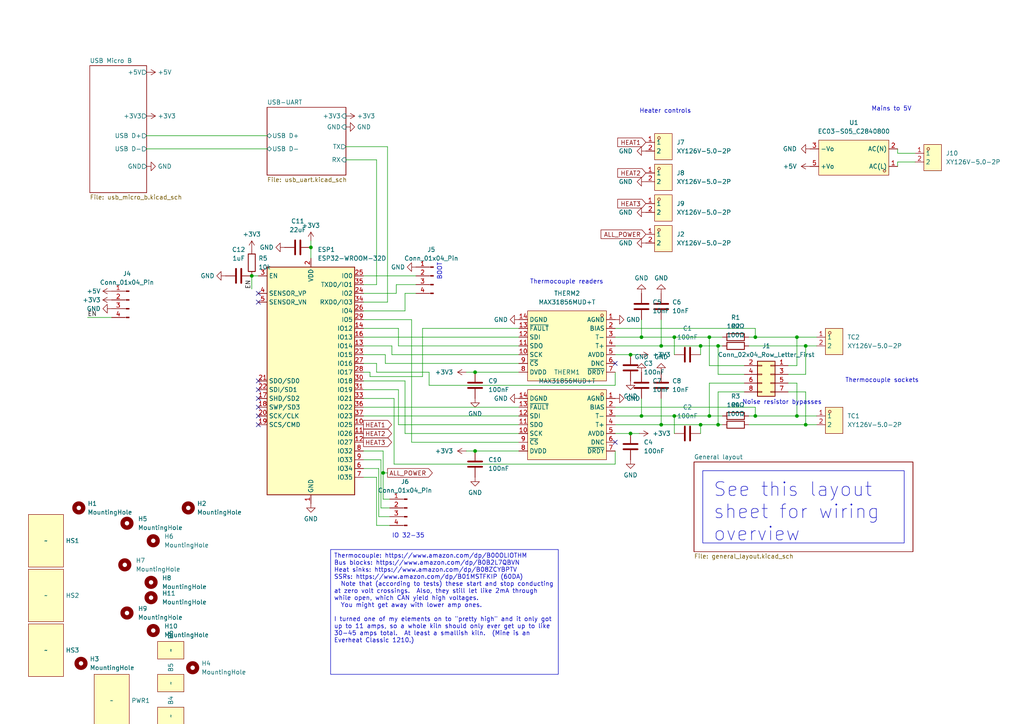
<source format=kicad_sch>
(kicad_sch (version 20230121) (generator eeschema)
  (paper "A4")
  (title_block (title "Kiln Controller") (rev "0.9.0") (company "Erhannis Kirran"))
  (lib_symbols
    (symbol "Connector:Conn_01x04_Pin" (pin_names (offset 1.016) hide)
      (property "Reference" "J" (at 0 5.08 0))
      (property "Value" "Conn_01x04_Pin" (at 0 -7.62 0))
      (symbol "Conn_01x04_Pin_1_1"
        (polyline (pts (xy 1.27 -5.08) (xy 0.8636 -5.08)) (stroke (width 0.1524)))
        (polyline (pts (xy 1.27 -2.54) (xy 0.8636 -2.54)) (stroke (width 0.1524)))
        (polyline (pts (xy 1.27 0) (xy 0.8636 0)) (stroke (width 0.1524)))
        (polyline (pts (xy 1.27 2.54) (xy 0.8636 2.54)) (stroke (width 0.1524)))
        (rectangle (start 0.8636 -4.953) (end 0 -5.207) (stroke (width 0.1524)) (fill (type outline)))
        (rectangle (start 0.8636 -2.413) (end 0 -2.667) (stroke (width 0.1524)) (fill (type outline)))
        (rectangle (start 0.8636 0.127) (end 0 -0.127) (stroke (width 0.1524)) (fill (type outline)))
        (rectangle (start 0.8636 2.667) (end 0 2.413) (stroke (width 0.1524)) (fill (type outline)))
        (pin passive line (at 5.08 2.54 180) (length 3.81) (name "Pin_1") (number "1"))
        (pin passive line (at 5.08 0 180) (length 3.81) (name "Pin_2") (number "2"))
        (pin passive line (at 5.08 -2.54 180) (length 3.81) (name "Pin_3") (number "3"))
        (pin passive line (at 5.08 -5.08 180) (length 3.81) (name "Pin_4") (number "4"))
      )
    )
    (symbol "Connector_Generic:Conn_02x04_Odd_Even" (pin_names (offset 1.016) hide)
      (property "Reference" "J" (at 1.27 5.08 0))
      (property "Value" "Conn_02x04_Odd_Even" (at 1.27 -7.62 0))
      (symbol "Conn_02x04_Odd_Even_1_1"
        (rectangle (start -1.27 -4.953) (end 0 -5.207) (stroke (width 0.1524)))
        (rectangle (start -1.27 -2.413) (end 0 -2.667) (stroke (width 0.1524)))
        (rectangle (start -1.27 0.127) (end 0 -0.127) (stroke (width 0.1524)))
        (rectangle (start -1.27 2.667) (end 0 2.413) (stroke (width 0.1524)))
        (rectangle (start -1.27 3.81) (end 3.81 -6.35) (stroke (width 0.254)) (fill (type background)))
        (rectangle (start 3.81 -4.953) (end 2.54 -5.207) (stroke (width 0.1524)))
        (rectangle (start 3.81 -2.413) (end 2.54 -2.667) (stroke (width 0.1524)))
        (rectangle (start 3.81 0.127) (end 2.54 -0.127) (stroke (width 0.1524)))
        (rectangle (start 3.81 2.667) (end 2.54 2.413) (stroke (width 0.1524)))
        (pin passive line (at -5.08 2.54 0) (length 3.81) (name "Pin_1") (number "1"))
        (pin passive line (at 7.62 2.54 180) (length 3.81) (name "Pin_2") (number "2"))
        (pin passive line (at -5.08 0 0) (length 3.81) (name "Pin_3") (number "3"))
        (pin passive line (at 7.62 0 180) (length 3.81) (name "Pin_4") (number "4"))
        (pin passive line (at -5.08 -2.54 0) (length 3.81) (name "Pin_5") (number "5"))
        (pin passive line (at 7.62 -2.54 180) (length 3.81) (name "Pin_6") (number "6"))
        (pin passive line (at -5.08 -5.08 0) (length 3.81) (name "Pin_7") (number "7"))
        (pin passive line (at 7.62 -5.08 180) (length 3.81) (name "Pin_8") (number "8"))
      )
    )
    (symbol "Device:C" (pin_numbers hide) (pin_names (offset 0.254))
      (property "Reference" "C" (at 0.635 2.54 0))
      (property "Value" "C" (at 0.635 -2.54 0))
      (symbol "C_0_1"
        (polyline (pts (xy -2.032 -0.762) (xy 2.032 -0.762)) (stroke (width 0.508)))
        (polyline (pts (xy -2.032 0.762) (xy 2.032 0.762)) (stroke (width 0.508)))
      )
      (symbol "C_1_1"
        (pin passive line (at 0 3.81 270) (length 2.794) (name "~") (number "1"))
        (pin passive line (at 0 -3.81 90) (length 2.794) (name "~") (number "2"))
      )
    )
    (symbol "Device:R" (pin_numbers hide) (pin_names (offset 0))
      (property "Reference" "R" (at 2.032 0 90))
      (property "Value" "R" (at 0 0 90))
      (symbol "R_0_1"
        (rectangle (start -1.016 -2.54) (end 1.016 2.54) (stroke (width 0.254)))
      )
      (symbol "R_1_1"
        (pin passive line (at 0 3.81 270) (length 1.27) (name "~") (number "1"))
        (pin passive line (at 0 -3.81 90) (length 1.27) (name "~") (number "2"))
      )
    )
    (symbol "Mechanical:MountingHole" (pin_names (offset 1.016))
      (property "Reference" "H" (at 0 5.08 0))
      (property "Value" "MountingHole" (at 0 3.175 0))
      (symbol "MountingHole_0_1"
        (circle (center 0 0) (radius 1.27) (stroke (width 1.27)))
      )
    )
    (symbol "RF_Module:ESP32-WROOM-32D"
      (property "Reference" "U" (at -12.7 34.29 0))
      (property "Value" "ESP32-WROOM-32D" (at 1.27 34.29 0))
      (symbol "ESP32-WROOM-32D_0_1"
        (rectangle (start -12.7 33.02) (end 12.7 -33.02) (stroke (width 0.254)) (fill (type background)))
      )
      (symbol "ESP32-WROOM-32D_1_1"
        (pin power_in line (at 0 -35.56 90) (length 2.54) (name "GND") (number "1"))
        (pin bidirectional line (at 15.24 -12.7 180) (length 2.54) (name "IO25") (number "10"))
        (pin bidirectional line (at 15.24 -15.24 180) (length 2.54) (name "IO26") (number "11"))
        (pin bidirectional line (at 15.24 -17.78 180) (length 2.54) (name "IO27") (number "12"))
        (pin bidirectional line (at 15.24 10.16 180) (length 2.54) (name "IO14") (number "13"))
        (pin bidirectional line (at 15.24 15.24 180) (length 2.54) (name "IO12") (number "14"))
        (pin passive line (at 0 -35.56 90) (length 2.54) hide (name "GND") (number "15"))
        (pin bidirectional line (at 15.24 12.7 180) (length 2.54) (name "IO13") (number "16"))
        (pin bidirectional line (at -15.24 -5.08 0) (length 2.54) (name "SHD/SD2") (number "17"))
        (pin bidirectional line (at -15.24 -7.62 0) (length 2.54) (name "SWP/SD3") (number "18"))
        (pin bidirectional line (at -15.24 -12.7 0) (length 2.54) (name "SCS/CMD") (number "19"))
        (pin power_in line (at 0 35.56 270) (length 2.54) (name "VDD") (number "2"))
        (pin bidirectional line (at -15.24 -10.16 0) (length 2.54) (name "SCK/CLK") (number "20"))
        (pin bidirectional line (at -15.24 0 0) (length 2.54) (name "SDO/SD0") (number "21"))
        (pin bidirectional line (at -15.24 -2.54 0) (length 2.54) (name "SDI/SD1") (number "22"))
        (pin bidirectional line (at 15.24 7.62 180) (length 2.54) (name "IO15") (number "23"))
        (pin bidirectional line (at 15.24 25.4 180) (length 2.54) (name "IO2") (number "24"))
        (pin bidirectional line (at 15.24 30.48 180) (length 2.54) (name "IO0") (number "25"))
        (pin bidirectional line (at 15.24 20.32 180) (length 2.54) (name "IO4") (number "26"))
        (pin bidirectional line (at 15.24 5.08 180) (length 2.54) (name "IO16") (number "27"))
        (pin bidirectional line (at 15.24 2.54 180) (length 2.54) (name "IO17") (number "28"))
        (pin bidirectional line (at 15.24 17.78 180) (length 2.54) (name "IO5") (number "29"))
        (pin input line (at -15.24 30.48 0) (length 2.54) (name "EN") (number "3"))
        (pin bidirectional line (at 15.24 0 180) (length 2.54) (name "IO18") (number "30"))
        (pin bidirectional line (at 15.24 -2.54 180) (length 2.54) (name "IO19") (number "31"))
        (pin no_connect line (at -12.7 -27.94 0) (length 2.54) hide (name "NC") (number "32"))
        (pin bidirectional line (at 15.24 -5.08 180) (length 2.54) (name "IO21") (number "33"))
        (pin bidirectional line (at 15.24 22.86 180) (length 2.54) (name "RXD0/IO3") (number "34"))
        (pin bidirectional line (at 15.24 27.94 180) (length 2.54) (name "TXD0/IO1") (number "35"))
        (pin bidirectional line (at 15.24 -7.62 180) (length 2.54) (name "IO22") (number "36"))
        (pin bidirectional line (at 15.24 -10.16 180) (length 2.54) (name "IO23") (number "37"))
        (pin passive line (at 0 -35.56 90) (length 2.54) hide (name "GND") (number "38"))
        (pin passive line (at 0 -35.56 90) (length 2.54) hide (name "GND") (number "39"))
        (pin input line (at -15.24 25.4 0) (length 2.54) (name "SENSOR_VP") (number "4"))
        (pin input line (at -15.24 22.86 0) (length 2.54) (name "SENSOR_VN") (number "5"))
        (pin input line (at 15.24 -25.4 180) (length 2.54) (name "IO34") (number "6"))
        (pin input line (at 15.24 -27.94 180) (length 2.54) (name "IO35") (number "7"))
        (pin bidirectional line (at 15.24 -20.32 180) (length 2.54) (name "IO32") (number "8"))
        (pin bidirectional line (at 15.24 -22.86 180) (length 2.54) (name "IO33") (number "9"))
      )
    )
    (symbol "easyeda2kicad:EC03-S05_C2840800"
      (property "Reference" "U" (at 0 7.62 0))
      (property "Value" "EC03-S05_C2840800" (at 0 -7.62 0))
      (symbol "EC03-S05_C2840800_0_1"
        (rectangle (start -10.16 5.08) (end 10.16 -5.08) (fill (type background)))
        (circle (center -8.89 3.81) (radius 0.38))
        (pin unspecified line (at -12.7 2.54 0) (length 2.54) (name "AC(L)") (number "1"))
        (pin unspecified line (at -12.7 -2.54 0) (length 2.54) (name "AC(N)") (number "2"))
        (pin unspecified line (at 12.7 -2.54 180) (length 2.54) (name "-Vo") (number "3"))
        (pin unspecified line (at 12.7 2.54 180) (length 2.54) (name "+Vo") (number "5"))
      )
    )
    (symbol "easyeda2kicad:MAX31856MUD+T"
      (property "Reference" "U" (at 0 12.7 0))
      (property "Value" "MAX31856MUD+T" (at 0 -12.7 0))
      (symbol "MAX31856MUD+T_0_1"
        (rectangle (start -11.43 10.16) (end 11.43 -10.16) (fill (type background)))
        (circle (center -10.16 8.89) (radius 0.38))
        (pin unspecified line (at -13.97 7.62 0) (length 2.54) (name "AGND") (number "1"))
        (pin unspecified line (at 13.97 -2.54 180) (length 2.54) (name "SCK") (number "10"))
        (pin unspecified line (at 13.97 0 180) (length 2.54) (name "SDO") (number "11"))
        (pin unspecified line (at 13.97 2.54 180) (length 2.54) (name "SDI") (number "12"))
        (pin unspecified line (at 13.97 5.08 180) (length 2.54) (name "~{FAULT}") (number "13"))
        (pin unspecified line (at 13.97 7.62 180) (length 2.54) (name "DGND") (number "14"))
        (pin unspecified line (at -13.97 5.08 0) (length 2.54) (name "BIAS") (number "2"))
        (pin unspecified line (at -13.97 2.54 0) (length 2.54) (name "T-") (number "3"))
        (pin unspecified line (at -13.97 0 0) (length 2.54) (name "T+") (number "4"))
        (pin unspecified line (at -13.97 -2.54 0) (length 2.54) (name "AVDD") (number "5"))
        (pin unspecified line (at -13.97 -5.08 0) (length 2.54) (name "DNC") (number "6"))
        (pin unspecified line (at -13.97 -7.62 0) (length 2.54) (name "~{DRDY}") (number "7"))
        (pin unspecified line (at 13.97 -7.62 180) (length 2.54) (name "DVDD") (number "8"))
        (pin unspecified line (at 13.97 -5.08 180) (length 2.54) (name "~{CS}") (number "9"))
      )
    )
    (symbol "easyeda2kicad:XY126V-5.0-2P"
      (property "Reference" "U" (at 0 6.35 0))
      (property "Value" "XY126V-5.0-2P" (at 0 -6.35 0))
      (symbol "XY126V-5.0-2P_0_1"
        (rectangle (start -2.54 3.81) (end 2.54 -3.81) (fill (type background)))
        (circle (center -1.27 2.54) (radius 0.38))
        (pin unspecified line (at -5.08 1.27 0) (length 2.54) (name "1") (number "1"))
        (pin unspecified line (at -5.08 -1.27 0) (length 2.54) (name "2") (number "2"))
      )
    )
    (symbol "erhannis:SSR_Heat_Sink"
      (property "Reference" "HS" (at 0 0 0))
      (symbol "SSR_Heat_Sink_1_1"
        (rectangle (start -5.08 7.62) (end 5.08 -7.62) (fill (type background)))
      )
    )
    (symbol "erhannis:bus_stud"
      (property "Reference" "B" (at 0 0 0))
      (symbol "bus_stud_1_1"
        (rectangle (start -2.54 3.81) (end 2.54 -3.81) (fill (type background)))
      )
    )
    (symbol "erhannis:zip_tie_big"
      (property "Reference" "Z" (at 0 0 0))
      (symbol "zip_tie_big_0_1"
        (circle (center -3.81 0) (radius 1.27))
        (circle (center 0 -3.81) (radius 1.27))
        (circle (center 0 3.81) (radius 1.27))
        (circle (center 3.81 0) (radius 1.27))
      )
      (symbol "zip_tie_big_1_1"
        (circle (center 0 0) (radius 6.35) (fill (type background)))
      )
    )
    (symbol "power:+3V3" (power) (pin_names (offset 0))
      (property "Value" "+3V3" (at 0 3.556 0))
      (symbol "+3V3_0_1"
        (polyline (pts (xy -0.762 1.27) (xy 0 2.54)))
        (polyline (pts (xy 0 0) (xy 0 2.54)))
        (polyline (pts (xy 0 2.54) (xy 0.762 1.27)))
      )
      (symbol "+3V3_1_1"
        (pin power_in line (at 0 0 90) (length 0) hide (name "+3V3") (number "1"))
      )
    )
    (symbol "power:+5V" (power) (pin_names (offset 0))
      (property "Value" "+5V" (at 0 3.556 0))
      (symbol "+5V_0_1"
        (polyline (pts (xy -0.762 1.27) (xy 0 2.54)))
        (polyline (pts (xy 0 0) (xy 0 2.54)))
        (polyline (pts (xy 0 2.54) (xy 0.762 1.27)))
      )
      (symbol "+5V_1_1"
        (pin power_in line (at 0 0 90) (length 0) hide (name "+5V") (number "1"))
      )
    )
    (symbol "power:GND" (power) (pin_names (offset 0))
      (property "Value" "GND" (at 0 -3.81 0))
      (symbol "GND_0_1"
        (polyline (pts (xy 0 0) (xy 0 -1.27) (xy 1.27 -1.27) (xy 0 -2.54) (xy -1.27 -1.27) (xy 0 -1.27)))
      )
      (symbol "GND_1_1"
        (pin power_in line (at 0 0 270) (length 0) hide (name "GND") (number "1"))
      )
    )
  )
  (junction (at 186.055 97.79))
  (junction (at 231.14 97.79))
  (junction (at 191.77 100.33))
  (junction (at 90.17 71.755))
  (junction (at 191.77 123.19))
  (junction (at 203.2 123.19))
  (junction (at 219.075 120.65))
  (junction (at 73.025 80.01))
  (junction (at 219.075 97.79))
  (junction (at 205.74 120.65))
  (junction (at 111.125 137.16))
  (junction (at 137.795 107.95))
  (junction (at 186.055 120.65))
  (junction (at 195.58 120.65))
  (junction (at 208.28 123.19))
  (junction (at 233.68 100.33))
  (junction (at 208.28 100.33))
  (junction (at 137.795 130.81))
  (junction (at 195.58 97.79))
  (junction (at 205.74 97.79))
  (junction (at 182.88 125.73))
  (junction (at 231.14 120.65))
  (junction (at 233.68 123.19))
  (junction (at 182.88 102.87))
  (junction (at 203.2 100.33))
  (no_connect (at 74.93 87.63))
  (no_connect (at 74.93 113.03))
  (no_connect (at 74.93 115.57))
  (no_connect (at 74.93 118.11))
  (no_connect (at 74.93 123.19))
  (no_connect (at 74.93 120.65))
  (no_connect (at 178.435 128.27))
  (no_connect (at 74.93 85.09))
  (no_connect (at 178.435 105.41))
  (no_connect (at 74.93 110.49))
  (wire (pts (xy 231.14 106.045) (xy 231.14 97.79)))
  (wire (pts (xy 178.435 125.73) (xy 182.88 125.73)))
  (wire (pts (xy 191.77 123.19) (xy 178.435 123.19)))
  (wire (pts (xy 215.9 111.125) (xy 205.74 111.125)))
  (wire (pts (xy 195.58 120.65) (xy 186.055 120.65)))
  (wire (pts (xy 114.935 82.55) (xy 120.65 82.55)))
  (wire (pts (xy 109.22 82.55) (xy 105.41 82.55)))
  (wire (pts (xy 205.74 120.65) (xy 195.58 120.65)))
  (wire (pts (xy 135.255 130.81) (xy 137.795 130.81)))
  (wire (pts (xy 182.88 102.87) (xy 185.42 102.87)))
  (wire (pts (xy 105.41 120.65) (xy 150.495 120.65)))
  (wire (pts (xy 260.35 44.45) (xy 260.35 43.18)))
  (wire (pts (xy 186.055 97.79) (xy 178.435 97.79)))
  (wire (pts (xy 178.435 95.25) (xy 219.075 95.25)))
  (wire (pts (xy 109.855 135.89) (xy 105.41 135.89)))
  (wire (pts (xy 110.49 147.32) (xy 110.49 133.35)))
  (wire (pts (xy 217.17 123.19) (xy 233.68 123.19)))
  (wire (pts (xy 105.41 102.87) (xy 111.76 102.87)))
  (wire (pts (xy 260.35 46.99) (xy 260.35 48.26)))
  (wire (pts (xy 119.38 92.71) (xy 119.38 128.27)))
  (wire (pts (xy 219.075 95.25) (xy 219.075 97.79)))
  (wire (pts (xy 105.41 85.09) (xy 114.935 85.09)))
  (wire (pts (xy 117.475 110.49) (xy 105.41 110.49)))
  (wire (pts (xy 219.075 97.79) (xy 231.14 97.79)))
  (wire (pts (xy 42.545 43.18) (xy 77.47 43.18)))
  (wire (pts (xy 107.315 109.22) (xy 122.555 109.22)))
  (wire (pts (xy 109.22 138.43) (xy 105.41 138.43)))
  (wire (pts (xy 112.395 42.545) (xy 112.395 87.63)))
  (wire (pts (xy 117.475 125.73) (xy 117.475 110.49)))
  (wire (pts (xy 233.68 100.33) (xy 236.855 100.33)))
  (wire (pts (xy 110.49 133.35) (xy 105.41 133.35)))
  (wire (pts (xy 105.41 115.57) (xy 114.3 115.57)))
  (wire (pts (xy 215.9 108.585) (xy 208.28 108.585)))
  (wire (pts (xy 114.935 85.09) (xy 114.935 82.55)))
  (wire (pts (xy 135.255 107.95) (xy 137.795 107.95)))
  (wire (pts (xy 114.3 115.57) (xy 114.3 134.62)))
  (wire (pts (xy 205.74 111.125) (xy 205.74 120.65)))
  (wire (pts (xy 109.855 149.86) (xy 109.855 135.89)))
  (wire (pts (xy 111.125 130.81) (xy 105.41 130.81)))
  (wire (pts (xy 186.055 115.57) (xy 186.055 120.65)))
  (wire (pts (xy 111.76 105.41) (xy 150.495 105.41)))
  (wire (pts (xy 233.68 113.665) (xy 233.68 123.19)))
  (wire (pts (xy 90.17 71.755) (xy 90.17 74.93)))
  (wire (pts (xy 150.495 123.19) (xy 115.57 123.19)))
  (wire (pts (xy 150.495 97.79) (xy 105.41 97.79)))
  (wire (pts (xy 111.76 102.87) (xy 111.76 105.41)))
  (wire (pts (xy 122.555 109.22) (xy 122.555 95.25)))
  (wire (pts (xy 150.495 100.33) (xy 115.57 100.33)))
  (wire (pts (xy 113.03 152.4) (xy 109.22 152.4)))
  (wire (pts (xy 42.545 39.37) (xy 77.47 39.37)))
  (wire (pts (xy 203.2 100.33) (xy 203.2 102.87)))
  (wire (pts (xy 203.2 100.33) (xy 191.77 100.33)))
  (wire (pts (xy 100.33 42.545) (xy 112.395 42.545)))
  (wire (pts (xy 215.9 113.665) (xy 208.28 113.665)))
  (wire (pts (xy 233.68 108.585) (xy 233.68 100.33)))
  (wire (pts (xy 109.22 107.95) (xy 124.46 107.95)))
  (wire (pts (xy 178.435 111.76) (xy 178.435 107.95)))
  (wire (pts (xy 191.77 92.71) (xy 191.77 100.33)))
  (wire (pts (xy 113.03 147.32) (xy 110.49 147.32)))
  (wire (pts (xy 209.55 100.33) (xy 208.28 100.33)))
  (wire (pts (xy 191.77 115.57) (xy 191.77 123.19)))
  (wire (pts (xy 228.6 108.585) (xy 233.68 108.585)))
  (wire (pts (xy 217.17 100.33) (xy 233.68 100.33)))
  (wire (pts (xy 205.74 106.045) (xy 205.74 97.79)))
  (wire (pts (xy 122.555 95.25) (xy 150.495 95.25)))
  (wire (pts (xy 195.58 120.65) (xy 195.58 125.73)))
  (wire (pts (xy 124.46 111.76) (xy 178.435 111.76)))
  (wire (pts (xy 205.74 97.79) (xy 195.58 97.79)))
  (wire (pts (xy 209.55 120.65) (xy 205.74 120.65)))
  (wire (pts (xy 233.68 123.19) (xy 236.855 123.19)))
  (wire (pts (xy 150.495 125.73) (xy 117.475 125.73)))
  (wire (pts (xy 178.435 102.87) (xy 182.88 102.87)))
  (wire (pts (xy 178.435 118.11) (xy 219.075 118.11)))
  (wire (pts (xy 137.795 107.95) (xy 150.495 107.95)))
  (wire (pts (xy 191.77 100.33) (xy 178.435 100.33)))
  (wire (pts (xy 107.315 107.95) (xy 107.315 109.22)))
  (wire (pts (xy 203.2 123.19) (xy 191.77 123.19)))
  (wire (pts (xy 113.665 102.87) (xy 150.495 102.87)))
  (wire (pts (xy 265.43 44.45) (xy 260.35 44.45)))
  (wire (pts (xy 115.57 95.25) (xy 105.41 95.25)))
  (wire (pts (xy 208.28 113.665) (xy 208.28 123.19)))
  (wire (pts (xy 90.17 69.85) (xy 90.17 71.755)))
  (wire (pts (xy 105.41 80.01) (xy 120.65 80.01)))
  (wire (pts (xy 231.14 111.125) (xy 231.14 120.65)))
  (wire (pts (xy 195.58 97.79) (xy 195.58 102.87)))
  (wire (pts (xy 111.125 137.16) (xy 112.395 137.16)))
  (wire (pts (xy 231.14 97.79) (xy 236.855 97.79)))
  (wire (pts (xy 105.41 100.33) (xy 113.665 100.33)))
  (wire (pts (xy 73.025 80.01) (xy 73.025 83.82)))
  (wire (pts (xy 182.88 125.73) (xy 185.42 125.73)))
  (wire (pts (xy 109.22 46.355) (xy 109.22 82.55)))
  (wire (pts (xy 111.125 137.16) (xy 111.125 130.81)))
  (wire (pts (xy 109.22 152.4) (xy 109.22 138.43)))
  (wire (pts (xy 115.57 113.03) (xy 105.41 113.03)))
  (wire (pts (xy 115.57 100.33) (xy 115.57 95.25)))
  (wire (pts (xy 114.3 134.62) (xy 178.435 134.62)))
  (wire (pts (xy 228.6 113.665) (xy 233.68 113.665)))
  (wire (pts (xy 111.125 144.78) (xy 111.125 137.16)))
  (wire (pts (xy 73.025 80.01) (xy 74.93 80.01)))
  (wire (pts (xy 113.665 100.33) (xy 113.665 102.87)))
  (wire (pts (xy 265.43 46.99) (xy 260.35 46.99)))
  (wire (pts (xy 228.6 111.125) (xy 231.14 111.125)))
  (wire (pts (xy 219.075 118.11) (xy 219.075 120.65)))
  (wire (pts (xy 119.38 128.27) (xy 150.495 128.27)))
  (wire (pts (xy 231.14 120.65) (xy 236.855 120.65)))
  (wire (pts (xy 215.9 106.045) (xy 205.74 106.045)))
  (wire (pts (xy 186.055 92.71) (xy 186.055 97.79)))
  (wire (pts (xy 208.28 100.33) (xy 203.2 100.33)))
  (wire (pts (xy 209.55 97.79) (xy 205.74 97.79)))
  (wire (pts (xy 105.41 105.41) (xy 109.22 105.41)))
  (wire (pts (xy 137.795 130.81) (xy 150.495 130.81)))
  (wire (pts (xy 195.58 97.79) (xy 186.055 97.79)))
  (wire (pts (xy 217.17 120.65) (xy 219.075 120.65)))
  (wire (pts (xy 228.6 106.045) (xy 231.14 106.045)))
  (wire (pts (xy 115.57 123.19) (xy 115.57 113.03)))
  (wire (pts (xy 105.41 118.11) (xy 150.495 118.11)))
  (wire (pts (xy 113.03 144.78) (xy 111.125 144.78)))
  (wire (pts (xy 217.17 97.79) (xy 219.075 97.79)))
  (wire (pts (xy 105.41 90.17) (xy 117.475 90.17)))
  (wire (pts (xy 105.41 87.63) (xy 112.395 87.63)))
  (wire (pts (xy 109.22 105.41) (xy 109.22 107.95)))
  (wire (pts (xy 208.28 123.19) (xy 203.2 123.19)))
  (wire (pts (xy 124.46 107.95) (xy 124.46 111.76)))
  (wire (pts (xy 203.2 123.19) (xy 203.2 125.73)))
  (wire (pts (xy 117.475 90.17) (xy 117.475 85.09)))
  (wire (pts (xy 186.055 120.65) (xy 178.435 120.65)))
  (wire (pts (xy 209.55 123.19) (xy 208.28 123.19)))
  (wire (pts (xy 219.075 120.65) (xy 231.14 120.65)))
  (wire (pts (xy 113.03 149.86) (xy 109.855 149.86)))
  (wire (pts (xy 25.4 92.075) (xy 32.385 92.075)))
  (wire (pts (xy 105.41 92.71) (xy 119.38 92.71)))
  (wire (pts (xy 100.33 46.355) (xy 109.22 46.355)))
  (wire (pts (xy 208.28 108.585) (xy 208.28 100.33)))
  (wire (pts (xy 105.41 107.95) (xy 107.315 107.95)))
  (wire (pts (xy 117.475 85.09) (xy 120.65 85.09)))
  (wire (pts (xy 178.435 134.62) (xy 178.435 130.81)))
  (text_box "See this layout sheet for wiring overview" (at 203.835 136.525 0) (size 58.42 20.955) (effects (font (size 4 4)) (justify left top)))
  (text_box "Thermocouple: https://www.amazon.com/dp/B00OLIOTHM\nBus blocks: https://www.amazon.com/dp/B0B2L7QBVN\nHeat sinks: https://www.amazon.com/dp/B08ZCYBPTV\nSSRs: https://www.amazon.com/dp/B01MSTFKIP (60DA)\n  Note that (according to tests) these start and stop conducting at zero volt crossings.  Also, they still let like 2mA through while open, which CAN yield high voltages.\n  You might get away with lower amp ones.\n\nI turned one of my elements on to \"pretty high\" and it only got up to 11 amps, so a whole kiln should only ever get up to like 30-45 amps total.  At least a smallish kiln.  (Mine is an Everheat Classic 1210.)" (at 95.885 159.385 0) (size 66.04 36.195) (effects (font (size 1.27 1.27)) (justify left top)))
  (text "Thermocouple sockets" (at 245.11 111.125 0) (effects (font (size 1.27 1.27)) (justify left bottom)))
  (text "Mains to 5V" (at 252.73 32.385 0) (effects (font (size 1.27 1.27)) (justify left bottom)))
  (text "BOOT" (at 128.27 81.28 90) (effects (font (size 1.27 1.27)) (justify left bottom)))
  (text "IO 32-35" (at 113.665 156.21 0) (effects (font (size 1.27 1.27)) (justify left bottom)))
  (text "Heater controls" (at 185.42 33.02 0) (effects (font (size 1.27 1.27)) (justify left bottom)))
  (text "Thermocouple readers" (at 153.67 82.55 0) (effects (font (size 1.27 1.27)) (justify left bottom)))
  (text "Noise resistor bypasses" (at 215.265 117.475 0) (effects (font (size 1.27 1.27)) (justify left bottom)))
  (label "EN" (at 73.025 83.82 90))
  (label "EN" (at 25.4 92.075 0))
  (global_label "HEAT1" (shape input) (at 187.325 41.275 180) (property "Intersheetrefs" "${INTERSHEET_REFS}" (effects hide)))
  (global_label "HEAT3" (shape input) (at 187.325 59.055 180) (property "Intersheetrefs" "${INTERSHEET_REFS}" (effects hide)))
  (global_label "ALL_POWER" (shape output) (at 112.395 137.16 0) (property "Intersheetrefs" "${INTERSHEET_REFS}" (effects hide)))
  (global_label "HEAT3" (shape output) (at 105.41 128.27 0) (property "Intersheetrefs" "${INTERSHEET_REFS}" (effects hide)))
  (global_label "ALL_POWER" (shape input) (at 187.325 67.945 180) (property "Intersheetrefs" "${INTERSHEET_REFS}" (effects hide)))
  (global_label "HEAT2" (shape output) (at 105.41 125.73 0) (property "Intersheetrefs" "${INTERSHEET_REFS}" (effects hide)))
  (global_label "HEAT2" (shape input) (at 187.325 50.165 180) (property "Intersheetrefs" "${INTERSHEET_REFS}" (effects hide)))
  (global_label "HEAT1" (shape output) (at 105.41 123.19 0) (property "Intersheetrefs" "${INTERSHEET_REFS}" (effects hide)))
  (symbol (lib_id "power:GND") (at 178.435 92.71 90) (unit 1)
    (property "Reference" "#PWR02" (effects hide))
    (property "Value" "GND" (at 181.61 92.71 90) (effects (justify right)))
  )
  (symbol (lib_id "easyeda2kicad:XY126V-5.0-2P") (at 192.405 42.545 0) (unit 1)
    (property "Reference" "J7" (at 196.215 41.275 0) (effects (justify left)))
    (property "Value" "XY126V-5.0-2P" (at 196.215 43.815 0) (effects (justify left)))
    (property "Footprint" "easyeda2kicad:CONN-TH_XY126V-5.0-2P" (effects hide))
    (property "Datasheet" "https://lcsc.com/product-detail/Screw-terminal_XY126V-5-0-2P_C557646.html" (effects hide))
    (property "MFR" "XY126V-5.0-2P" (effects hide))
    (property "LCSC" "C557646" (effects hide))
    (property "Description" "1x2P 10A 300V Green 14~26 Straight 5mm 2.5 1 2 Plugin,P=5mm  Screw terminal ROHS" (effects hide))
    (property "URL" "https://jlcpcb.com/partdetail/Ningbo_Xinlaiya_elec-XY126V_5_02P/C557646" (effects hide))
  )
  (symbol (lib_id "erhannis:zip_tie_big") (at 30.48 234.315 0) (unit 1)
    (property "Reference" "Z5" (at 37.465 234.315 0) (effects (justify left)))
    (property "Value" "~" (at 30.48 234.315 0))
    (property "Footprint" "erhannis:zip_tie_big" (effects hide))
  )
  (symbol (lib_id "Device:C") (at 191.77 88.9 180) (unit 1)
    (property "Reference" "C6" (at 194.945 87.63 0) (effects (justify right)))
    (property "Value" "10nF" (at 194.945 90.17 0) (effects (justify right)))
    (property "Footprint" "Capacitor_SMD:C_0603_1608Metric" (effects hide))
    (property "MFR" "CC0603JRX7R9BB103" (effects hide))
    (property "LCSC" "C115056" (effects hide))
    (property "Description" "50V 10nF X7R ±5% 0603  Multilayer Ceramic Capacitors MLCC - SMD/SMT ROHS" (effects hide))
    (property "URL" "https://jlcpcb.com/partdetail/Yageo-CC0603JRX7R9BB103/C115056" (effects hide))
  )
  (symbol (lib_id "power:GND") (at 137.795 138.43 0) (unit 1)
    (property "Reference" "#PWR014" (effects hide))
    (property "Value" "GND" (at 137.795 142.875 0))
  )
  (symbol (lib_id "erhannis:zip_tie_big") (at 12.065 234.315 0) (unit 1)
    (property "Reference" "Z4" (at 19.05 234.315 0) (effects (justify left)))
    (property "Value" "~" (at 12.065 234.315 0))
    (property "Footprint" "erhannis:zip_tie_big" (effects hide))
  )
  (symbol (lib_id "power:GND") (at 65.405 80.01 270) (unit 1)
    (property "Reference" "#PWR025" (effects hide))
    (property "Value" "GND" (at 62.23 80.01 90) (effects (justify right)))
  )
  (symbol (lib_id "power:+5V") (at 42.545 20.955 270) (unit 1)
    (property "Reference" "#PWR026" (effects hide))
    (property "Value" "+5V" (at 45.72 20.955 90) (effects (justify left)))
  )
  (symbol (lib_id "power:+3V3") (at 135.255 107.95 90) (unit 1)
    (property "Reference" "#PWR015" (effects hide))
    (property "Value" "+3V3" (at 131.445 107.95 90) (effects (justify left)))
  )
  (symbol (lib_id "Device:R") (at 213.36 123.19 90) (unit 1)
    (property "Reference" "R4" (at 213.36 117.475 90))
    (property "Value" "100Ω" (at 213.36 120.015 90))
    (property "Footprint" "Resistor_SMD:R_0603_1608Metric" (effects hide))
    (property "MFR" "0603WAF1000T5E" (effects hide))
    (property "LCSC" "C22775" (effects hide))
    (property "Description" "100mW Thick Film Resistors ±1% ±200ppm/℃ 100Ω 0603  Chip Resistor - Surface Mount ROHS" (effects hide))
    (property "URL" "https://jlcpcb.com/partdetail/23502-0603WAF1000T5E/C22775" (effects hide))
  )
  (symbol (lib_id "power:+3V3") (at 90.17 69.85 0) (unit 1)
    (property "Reference" "#PWR023" (effects hide))
    (property "Value" "+3V3" (at 90.17 65.405 0))
  )
  (symbol (lib_id "power:GND") (at 150.495 115.57 270) (unit 1)
    (property "Reference" "#PWR03" (effects hide))
    (property "Value" "GND" (at 147.32 115.57 90) (effects (justify right)))
  )
  (symbol (lib_id "RF_Module:ESP32-WROOM-32D") (at 90.17 110.49 0) (unit 1)
    (property "Reference" "ESP1" (at 92.1259 72.39 0) (effects (justify left)))
    (property "Value" "ESP32-WROOM-32D" (at 92.1259 74.93 0) (effects (justify left)))
    (property "Footprint" "RF_Module:ESP32-WROOM-32D" (effects hide))
    (property "Datasheet" "https://www.espressif.com/sites/default/files/documentation/esp32-wroom-32d_esp32-wroom-32u_datasheet_en.pdf" (effects hide))
    (property "MFR" "ESP32-WROOM-32E-N4" (effects hide))
    (property "LCSC" "C701341" (effects hide))
    (property "Description" "SMD,18x25.5mm  WiFi Modules ROHS" (effects hide))
    (property "URL" "https://jlcpcb.com/partdetail/EspressifSystems-ESP32_WROOM_32EN4/C701341" (effects hide))
  )
  (symbol (lib_id "power:GND") (at 186.055 107.95 180) (unit 1)
    (property "Reference" "#PWR011" (effects hide))
    (property "Value" "GND" (at 186.055 103.505 0))
  )
  (symbol (lib_id "Mechanical:MountingHole") (at 44.45 156.845 0) (unit 1)
    (property "Reference" "H6" (at 47.625 155.575 0) (effects (justify left)))
    (property "Value" "MountingHole" (at 47.625 158.115 0) (effects (justify left)))
    (property "Footprint" "MountingHole:MountingHole_6mm" (effects hide))
  )
  (symbol (lib_id "power:GND") (at 182.88 133.35 0) (unit 1)
    (property "Reference" "#PWR07" (effects hide))
    (property "Value" "GND" (at 182.88 137.795 0))
  )
  (symbol (lib_id "power:+3V3") (at 73.025 72.39 0) (unit 1)
    (property "Reference" "#PWR027" (effects hide))
    (property "Value" "+3V3" (at 73.025 67.945 0))
  )
  (symbol (lib_id "power:GND") (at 186.055 85.09 180) (unit 1)
    (property "Reference" "#PWR09" (effects hide))
    (property "Value" "GND" (at 186.055 80.645 0))
  )
  (symbol (lib_id "Mechanical:MountingHole") (at 43.815 168.91 0) (unit 1)
    (property "Reference" "H8" (at 46.99 167.64 0) (effects (justify left)))
    (property "Value" "MountingHole" (at 46.99 170.18 0) (effects (justify left)))
    (property "Footprint" "MountingHole:MountingHole_6mm" (effects hide))
  )
  (symbol (lib_id "Mechanical:MountingHole") (at 36.195 163.83 0) (unit 1)
    (property "Reference" "H7" (at 39.37 162.56 0) (effects (justify left)))
    (property "Value" "MountingHole" (at 39.37 165.1 0) (effects (justify left)))
    (property "Footprint" "MountingHole:MountingHole_6mm" (effects hide))
  )
  (symbol (lib_id "easyeda2kicad:MAX31856MUD+T") (at 164.465 100.33 0) (mirror y) (unit 1)
    (property "Reference" "THERM2" (at 164.465 85.09 0))
    (property "Value" "MAX31856MUD+T" (at 164.465 87.63 0))
    (property "Footprint" "easyeda2kicad:TSSOP-14_L5.0-W4.4-P0.65-LS6.4-BL" (effects hide))
    (property "MFR" "MAX31856MUD+T" (effects hide))
    (property "LCSC" "C2653162" (effects hide))
    (property "Description" "TSSOP-14  ADC/DAC - Specialized ROHS" (effects hide))
    (property "URL" "https://jlcpcb.com/partdetail/2745071-MAX31856MUDT/C2653162" (effects hide))
  )
  (symbol (lib_id "erhannis:SSR_Heat_Sink") (at 13.335 156.845 0) (unit 1)
    (property "Reference" "HS1" (at 19.05 156.845 0) (effects (justify left)))
    (property "Value" "~" (at 13.335 156.845 0))
    (property "Footprint" "erhannis:SSR Heat Sink" (effects hide))
  )
  (symbol (lib_id "power:GND") (at 191.77 85.09 180) (unit 1)
    (property "Reference" "#PWR010" (effects hide))
    (property "Value" "GND" (at 191.77 80.645 0))
  )
  (symbol (lib_id "Device:R") (at 213.36 120.65 90) (unit 1)
    (property "Reference" "R3" (at 213.36 114.935 90))
    (property "Value" "100Ω" (at 213.36 117.475 90))
    (property "Footprint" "Resistor_SMD:R_0603_1608Metric" (effects hide))
    (property "MFR" "0603WAF1000T5E" (effects hide))
    (property "LCSC" "C22775" (effects hide))
    (property "Description" "100mW Thick Film Resistors ±1% ±200ppm/℃ 100Ω 0603  Chip Resistor - Surface Mount ROHS" (effects hide))
    (property "URL" "https://jlcpcb.com/partdetail/23502-0603WAF1000T5E/C22775" (effects hide))
  )
  (symbol (lib_id "Device:C") (at 186.055 88.9 180) (unit 1)
    (property "Reference" "C5" (at 189.23 87.63 0) (effects (justify right)))
    (property "Value" "10nF" (at 189.23 90.17 0) (effects (justify right)))
    (property "Footprint" "Capacitor_SMD:C_0603_1608Metric" (effects hide))
    (property "MFR" "CC0603JRX7R9BB103" (effects hide))
    (property "LCSC" "C115056" (effects hide))
    (property "Description" "50V 10nF X7R ±5% 0603  Multilayer Ceramic Capacitors MLCC - SMD/SMT ROHS" (effects hide))
    (property "URL" "https://jlcpcb.com/partdetail/Yageo-CC0603JRX7R9BB103/C115056" (effects hide))
  )
  (symbol (lib_id "Connector:Conn_01x04_Pin") (at 125.73 80.01 0) (mirror y) (unit 1)
    (property "Reference" "J5" (at 125.095 72.39 0))
    (property "Value" "Conn_01x04_Pin" (at 125.095 74.93 0))
    (property "Footprint" "Connector_PinHeader_2.54mm:PinHeader_1x04_P2.54mm_Vertical" (effects hide))
    (property "MFR" "PZ254V-11-04P" (effects hide))
    (property "LCSC" "C2691448" (effects hide))
  )
  (symbol (lib_id "erhannis:SSR_Heat_Sink") (at 13.335 188.595 0) (unit 1)
    (property "Reference" "HS3" (at 19.05 188.595 0) (effects (justify left)))
    (property "Value" "~" (at 13.335 188.595 0))
    (property "Footprint" "erhannis:SSR Heat Sink" (effects hide))
  )
  (symbol (lib_id "Connector_Generic:Conn_02x04_Odd_Even") (at 223.52 108.585 0) (mirror y) (unit 1)
    (property "Reference" "J1" (at 222.25 100.33 0))
    (property "Value" "Conn_02x04_Row_Letter_First" (at 222.25 102.87 0))
    (property "Footprint" "Connector_PinHeader_2.54mm:PinHeader_2x04_P2.54mm_Vertical" (effects hide))
    (property "MFR" "PZ254V-12-8P" (effects hide))
    (property "LCSC" "C492421" (effects hide))
    (property "Description" "Straight Square Pins 2.5mm 8P 6mm -40℃~+105℃ 3mm 2.54mm 双排 Black Brass 2x4P 2.54mm Plugin,P=2.54mm  Pin Headers ROHS" (effects hide))
    (property "URL" "https://jlcpcb.com/partdetail/Xfcn-PZ254V_128P/C492421" (effects hide))
  )
  (symbol (lib_id "power:+3V3") (at 185.42 102.87 270) (unit 1)
    (property "Reference" "#PWR06" (effects hide))
    (property "Value" "+3V3" (at 189.23 102.87 90) (effects (justify left)))
  )
  (symbol (lib_id "Device:C") (at 191.77 111.76 180) (unit 1)
    (property "Reference" "C8" (at 194.945 110.49 0) (effects (justify right)))
    (property "Value" "10nF" (at 194.945 113.03 0) (effects (justify right)))
    (property "Footprint" "Capacitor_SMD:C_0603_1608Metric" (effects hide))
    (property "MFR" "CC0603JRX7R9BB103" (effects hide))
    (property "LCSC" "C115056" (effects hide))
    (property "Description" "50V 10nF X7R ±5% 0603  Multilayer Ceramic Capacitors MLCC - SMD/SMT ROHS" (effects hide))
    (property "URL" "https://jlcpcb.com/partdetail/Yageo-CC0603JRX7R9BB103/C115056" (effects hide))
  )
  (symbol (lib_id "erhannis:zip_tie_big") (at 12.065 219.075 0) (unit 1)
    (property "Reference" "Z1" (at 19.05 219.075 0) (effects (justify left)))
    (property "Value" "~" (at 12.065 219.075 0))
    (property "Footprint" "erhannis:zip_tie_big" (effects hide))
  )
  (symbol (lib_id "power:GND") (at 137.795 115.57 0) (unit 1)
    (property "Reference" "#PWR013" (effects hide))
    (property "Value" "GND" (at 137.795 120.015 0))
  )
  (symbol (lib_id "Mechanical:MountingHole") (at 55.88 193.675 0) (unit 1)
    (property "Reference" "H4" (at 58.42 192.405 0) (effects (justify left)))
    (property "Value" "MountingHole" (at 58.42 194.945 0) (effects (justify left)))
    (property "Footprint" "MountingHole:MountingHole_5mm" (effects hide))
  )
  (symbol (lib_id "Mechanical:MountingHole") (at 43.815 173.355 0) (unit 1)
    (property "Reference" "H11" (at 46.99 172.085 0) (effects (justify left)))
    (property "Value" "MountingHole" (at 46.99 174.625 0) (effects (justify left)))
    (property "Footprint" "MountingHole:MountingHole_6.5mm" (effects hide))
  )
  (symbol (lib_id "easyeda2kicad:XY126V-5.0-2P") (at 241.935 121.92 0) (unit 1)
    (property "Reference" "TC1" (at 245.745 120.65 0) (effects (justify left)))
    (property "Value" "XY126V-5.0-2P" (at 245.745 123.19 0) (effects (justify left)))
    (property "Footprint" "easyeda2kicad:CONN-TH_XY126V-5.0-2P" (effects hide))
    (property "Datasheet" "https://lcsc.com/product-detail/Screw-terminal_XY126V-5-0-2P_C557646.html" (effects hide))
    (property "MFR" "XY126V-5.0-2P" (effects hide))
    (property "LCSC" "C557646" (effects hide))
    (property "Description" "1x2P 10A 300V Green 14~26 Straight 5mm 2.5 1 2 Plugin,P=5mm  Screw terminal ROHS" (effects hide))
    (property "URL" "https://jlcpcb.com/partdetail/Ningbo_Xinlaiya_elec-XY126V_5_02P/C557646" (effects hide))
  )
  (symbol (lib_id "Device:C") (at 186.055 111.76 180) (unit 1)
    (property "Reference" "C7" (at 189.23 110.49 0) (effects (justify right)))
    (property "Value" "10nF" (at 189.23 113.03 0) (effects (justify right)))
    (property "Footprint" "Capacitor_SMD:C_0603_1608Metric" (effects hide))
    (property "MFR" "CC0603JRX7R9BB103" (effects hide))
    (property "LCSC" "C115056" (effects hide))
    (property "Description" "50V 10nF X7R ±5% 0603  Multilayer Ceramic Capacitors MLCC - SMD/SMT ROHS" (effects hide))
    (property "URL" "https://jlcpcb.com/partdetail/Yageo-CC0603JRX7R9BB103/C115056" (effects hide))
  )
  (symbol (lib_id "easyeda2kicad:XY126V-5.0-2P") (at 192.405 60.325 0) (unit 1)
    (property "Reference" "J9" (at 196.215 59.055 0) (effects (justify left)))
    (property "Value" "XY126V-5.0-2P" (at 196.215 61.595 0) (effects (justify left)))
    (property "Footprint" "easyeda2kicad:CONN-TH_XY126V-5.0-2P" (effects hide))
    (property "Datasheet" "https://lcsc.com/product-detail/Screw-terminal_XY126V-5-0-2P_C557646.html" (effects hide))
    (property "MFR" "XY126V-5.0-2P" (effects hide))
    (property "LCSC" "C557646" (effects hide))
    (property "Description" "1x2P 10A 300V Green 14~26 Straight 5mm 2.5 1 2 Plugin,P=5mm  Screw terminal ROHS" (effects hide))
    (property "URL" "https://jlcpcb.com/partdetail/Ningbo_Xinlaiya_elec-XY126V_5_02P/C557646" (effects hide))
  )
  (symbol (lib_id "Mechanical:MountingHole") (at 23.495 192.405 0) (unit 1)
    (property "Reference" "H3" (at 26.035 191.135 0) (effects (justify left)))
    (property "Value" "MountingHole" (at 26.035 193.675 0) (effects (justify left)))
    (property "Footprint" "MountingHole:MountingHole_5mm" (effects hide))
  )
  (symbol (lib_id "erhannis:zip_tie_big") (at 49.53 219.075 0) (unit 1)
    (property "Reference" "Z3" (at 56.515 219.075 0) (effects (justify left)))
    (property "Value" "~" (at 49.53 219.075 0))
    (property "Footprint" "erhannis:zip_tie_big" (effects hide))
  )
  (symbol (lib_id "power:GND") (at 187.325 61.595 270) (unit 1)
    (property "Reference" "#PWR034" (effects hide))
    (property "Value" "GND" (at 183.515 61.595 90) (effects (justify right)))
  )
  (symbol (lib_id "Device:C") (at 69.215 80.01 270) (unit 1)
    (property "Reference" "C12" (at 69.215 72.39 90))
    (property "Value" "1uF" (at 69.215 74.93 90))
    (property "Footprint" "Capacitor_SMD:C_0603_1608Metric" (effects hide))
    (property "MFR" "CL10A105KO8NNNC" (effects hide))
    (property "LCSC" "C1592" (effects hide))
    (property "Description" "16V 1uF X5R ±10% 0603  Multilayer Ceramic Capacitors MLCC - SMD/SMT ROHS" (effects hide))
    (property "URL" "https://jlcpcb.com/partdetail/1944-CL10A105KO8NNNC/C1592" (effects hide))
  )
  (symbol (lib_id "Device:R") (at 213.36 100.33 90) (unit 1)
    (property "Reference" "R2" (at 213.36 94.615 90))
    (property "Value" "100Ω" (at 213.36 97.155 90))
    (property "Footprint" "Resistor_SMD:R_0603_1608Metric" (effects hide))
    (property "MFR" "0603WAF1000T5E" (effects hide))
    (property "LCSC" "C22775" (effects hide))
    (property "Description" "100mW Thick Film Resistors ±1% ±200ppm/℃ 100Ω 0603  Chip Resistor - Surface Mount ROHS" (effects hide))
    (property "URL" "https://jlcpcb.com/partdetail/23502-0603WAF1000T5E/C22775" (effects hide))
  )
  (symbol (lib_id "Device:C") (at 182.88 106.68 180) (unit 1)
    (property "Reference" "C3" (at 186.69 105.41 0) (effects (justify right)))
    (property "Value" "100nF" (at 186.69 107.95 0) (effects (justify right)))
    (property "Footprint" "Capacitor_SMD:C_0603_1608Metric" (effects hide))
    (property "MFR" "CL10B104JB8NNNC" (effects hide))
    (property "LCSC" "C24452" (effects hide))
    (property "Description" "50V 100nF X7R ±5% 0603  Multilayer Ceramic Capacitors MLCC - SMD/SMT ROHS" (effects hide))
    (property "URL" "https://jlcpcb.com/partdetail/25192-CL10B104JB8NNNC/C24452" (effects hide))
  )
  (symbol (lib_id "easyeda2kicad:XY126V-5.0-2P") (at 192.405 69.215 0) (unit 1)
    (property "Reference" "J2" (at 196.215 67.945 0) (effects (justify left)))
    (property "Value" "XY126V-5.0-2P" (at 196.215 70.485 0) (effects (justify left)))
    (property "Footprint" "easyeda2kicad:CONN-TH_XY126V-5.0-2P" (effects hide))
    (property "Datasheet" "https://lcsc.com/product-detail/Screw-terminal_XY126V-5-0-2P_C557646.html" (effects hide))
    (property "MFR" "XY126V-5.0-2P" (effects hide))
    (property "LCSC" "C557646" (effects hide))
    (property "Description" "1x2P 10A 300V Green 14~26 Straight 5mm 2.5 1 2 Plugin,P=5mm  Screw terminal ROHS" (effects hide))
    (property "URL" "https://jlcpcb.com/partdetail/Ningbo_Xinlaiya_elec-XY126V_5_02P/C557646" (effects hide))
  )
  (symbol (lib_id "power:GND") (at 187.325 43.815 270) (unit 1)
    (property "Reference" "#PWR032" (effects hide))
    (property "Value" "GND" (at 183.515 43.815 90) (effects (justify right)))
  )
  (symbol (lib_id "power:GND") (at 234.95 43.18 270) (unit 1)
    (property "Reference" "#PWR035" (effects hide))
    (property "Value" "GND" (at 231.14 43.18 90) (effects (justify right)))
  )
  (symbol (lib_id "power:+3V3") (at 42.545 33.655 270) (unit 1)
    (property "Reference" "#PWR017" (effects hide))
    (property "Value" "+3V3" (at 45.72 33.655 90) (effects (justify left)))
  )
  (symbol (lib_id "power:GND") (at 150.495 92.71 270) (unit 1)
    (property "Reference" "#PWR01" (effects hide))
    (property "Value" "GND" (at 147.32 92.71 90) (effects (justify right)))
  )
  (symbol (lib_id "power:+3V3") (at 100.33 33.655 270) (unit 1)
    (property "Reference" "#PWR019" (effects hide))
    (property "Value" "+3V3" (at 103.505 33.655 90) (effects (justify left)))
  )
  (symbol (lib_id "power:+5V") (at 32.385 84.455 90) (unit 1)
    (property "Reference" "#PWR028" (effects hide))
    (property "Value" "+5V" (at 29.21 84.455 90) (effects (justify left)))
  )
  (symbol (lib_id "Mechanical:MountingHole") (at 36.83 151.765 0) (unit 1)
    (property "Reference" "H5" (at 40.005 150.495 0) (effects (justify left)))
    (property "Value" "MountingHole" (at 40.005 153.035 0) (effects (justify left)))
    (property "Footprint" "MountingHole:MountingHole_6mm" (effects hide))
  )
  (symbol (lib_id "easyeda2kicad:XY126V-5.0-2P") (at 270.51 45.72 0) (unit 1)
    (property "Reference" "J10" (at 274.32 44.45 0) (effects (justify left)))
    (property "Value" "XY126V-5.0-2P" (at 274.32 46.99 0) (effects (justify left)))
    (property "Footprint" "easyeda2kicad:CONN-TH_XY126V-5.0-2P" (effects hide))
    (property "Datasheet" "https://lcsc.com/product-detail/Screw-terminal_XY126V-5-0-2P_C557646.html" (effects hide))
    (property "MFR" "XY126V-5.0-2P" (effects hide))
    (property "LCSC" "C557646" (effects hide))
    (property "Description" "1x2P 10A 300V Green 14~26 Straight 5mm 2.5 1 2 Plugin,P=5mm  Screw terminal ROHS" (effects hide))
    (property "URL" "https://jlcpcb.com/partdetail/Ningbo_Xinlaiya_elec-XY126V_5_02P/C557646" (effects hide))
  )
  (symbol (lib_id "power:GND") (at 191.77 107.95 180) (unit 1)
    (property "Reference" "#PWR012" (effects hide))
    (property "Value" "GND" (at 191.77 103.505 0))
  )
  (symbol (lib_id "power:+5V") (at 234.95 48.26 90) (unit 1)
    (property "Reference" "#PWR036" (effects hide))
    (property "Value" "+5V" (at 231.14 48.26 90) (effects (justify left)))
  )
  (symbol (lib_id "easyeda2kicad:EC03-S05_C2840800") (at 247.65 45.72 180) (unit 1)
    (property "Reference" "U1" (at 247.65 35.56 0))
    (property "Value" "EC03-S05_C2840800" (at 247.65 38.1 0))
    (property "Footprint" "easyeda2kicad:PWRM-TH_EC03-S05" (effects hide))
    (property "LCSC Part" "C2840800" (effects hide))
  )
  (symbol (lib_id "power:GND") (at 82.55 71.755 270) (unit 1)
    (property "Reference" "#PWR024" (effects hide))
    (property "Value" "GND" (at 79.375 71.755 90) (effects (justify right)))
  )
  (symbol (lib_id "erhannis:bus_stud") (at 49.53 198.12 90) (unit 1)
    (property "Reference" "B5" (at 49.53 194.945 0) (effects (justify left)))
    (property "Value" "~" (at 49.53 198.12 0))
    (property "Footprint" "erhannis:bus_stud" (effects hide))
  )
  (symbol (lib_id "Mechanical:MountingHole") (at 54.61 147.32 0) (unit 1)
    (property "Reference" "H2" (at 57.15 146.05 0) (effects (justify left)))
    (property "Value" "MountingHole" (at 57.15 148.59 0) (effects (justify left)))
    (property "Footprint" "MountingHole:MountingHole_5mm" (effects hide))
  )
  (symbol (lib_id "power:GND") (at 100.33 36.83 90) (unit 1)
    (property "Reference" "#PWR020" (effects hide))
    (property "Value" "GND" (at 103.505 36.83 90) (effects (justify right)))
  )
  (symbol (lib_id "Connector:Conn_01x04_Pin") (at 118.11 147.32 0) (mirror y) (unit 1)
    (property "Reference" "J6" (at 117.475 139.7 0))
    (property "Value" "Conn_01x04_Pin" (at 117.475 142.24 0))
    (property "Footprint" "Connector_PinHeader_2.54mm:PinHeader_1x04_P2.54mm_Vertical" (effects hide))
    (property "MFR" "PZ254V-11-04P" (effects hide))
    (property "LCSC" "C2691448" (effects hide))
  )
  (symbol (lib_id "erhannis:bus_stud") (at 49.53 188.595 90) (unit 1)
    (property "Reference" "B6" (at 49.53 185.42 0) (effects (justify left)))
    (property "Value" "~" (at 49.53 188.595 0))
    (property "Footprint" "erhannis:bus_stud" (effects hide))
  )
  (symbol (lib_id "power:GND") (at 182.88 110.49 0) (unit 1)
    (property "Reference" "#PWR05" (effects hide))
    (property "Value" "GND" (at 182.88 114.935 0))
  )
  (symbol (lib_id "erhannis:zip_tie_big") (at 29.845 219.075 0) (unit 1)
    (property "Reference" "Z2" (at 36.83 219.075 0) (effects (justify left)))
    (property "Value" "~" (at 29.845 219.075 0))
    (property "Footprint" "erhannis:zip_tie_big" (effects hide))
  )
  (symbol (lib_id "easyeda2kicad:MAX31856MUD+T") (at 164.465 123.19 0) (mirror y) (unit 1)
    (property "Reference" "THERM1" (at 164.465 107.95 0))
    (property "Value" "MAX31856MUD+T" (at 164.465 110.49 0))
    (property "Footprint" "easyeda2kicad:TSSOP-14_L5.0-W4.4-P0.65-LS6.4-BL" (effects hide))
    (property "MFR" "MAX31856MUD+T" (effects hide))
    (property "LCSC" "C2653162" (effects hide))
    (property "Description" "TSSOP-14  ADC/DAC - Specialized ROHS" (effects hide))
    (property "URL" "https://jlcpcb.com/partdetail/2745071-MAX31856MUDT/C2653162" (effects hide))
  )
  (symbol (lib_id "erhannis:zip_tie_big") (at 13.335 251.46 0) (unit 1)
    (property "Reference" "Z7" (at 20.32 251.46 0) (effects (justify left)))
    (property "Value" "~" (at 13.335 251.46 0))
    (property "Footprint" "erhannis:zip_tie_big" (effects hide))
  )
  (symbol (lib_id "Mechanical:MountingHole") (at 22.86 147.32 0) (unit 1)
    (property "Reference" "H1" (at 25.4 146.05 0) (effects (justify left)))
    (property "Value" "MountingHole" (at 25.4 148.59 0) (effects (justify left)))
    (property "Footprint" "MountingHole:MountingHole_5mm" (effects hide))
  )
  (symbol (lib_id "power:GND") (at 178.435 115.57 90) (unit 1)
    (property "Reference" "#PWR04" (effects hide))
    (property "Value" "GND" (at 181.61 115.57 90) (effects (justify right)))
  )
  (symbol (lib_id "Mechanical:MountingHole") (at 44.45 182.88 0) (unit 1)
    (property "Reference" "H10" (at 47.625 181.61 0) (effects (justify left)))
    (property "Value" "MountingHole" (at 47.625 184.15 0) (effects (justify left)))
    (property "Footprint" "MountingHole:MountingHole_6mm" (effects hide))
  )
  (symbol (lib_id "erhannis:SSR_Heat_Sink") (at 32.385 203.2 0) (unit 1)
    (property "Reference" "PWR1" (at 38.1 203.2 0) (effects (justify left)))
    (property "Value" "~" (at 32.385 203.2 0))
    (property "Footprint" "erhannis:SSR Heat Sink" (effects hide))
  )
  (symbol (lib_id "Device:C") (at 137.795 111.76 180) (unit 1)
    (property "Reference" "C9" (at 141.605 110.49 0) (effects (justify right)))
    (property "Value" "100nF" (at 141.605 113.03 0) (effects (justify right)))
    (property "Footprint" "Capacitor_SMD:C_0603_1608Metric" (effects hide))
    (property "MFR" "CL10B104JB8NNNC" (effects hide))
    (property "LCSC" "C24452" (effects hide))
    (property "Description" "50V 100nF X7R ±5% 0603  Multilayer Ceramic Capacitors MLCC - SMD/SMT ROHS" (effects hide))
    (property "URL" "https://jlcpcb.com/partdetail/25192-CL10B104JB8NNNC/C24452" (effects hide))
  )
  (symbol (lib_id "power:GND") (at 187.325 52.705 270) (unit 1)
    (property "Reference" "#PWR033" (effects hide))
    (property "Value" "GND" (at 183.515 52.705 90) (effects (justify right)))
  )
  (symbol (lib_id "Device:R") (at 73.025 76.2 180) (unit 1)
    (property "Reference" "R5" (at 74.93 74.93 0) (effects (justify right)))
    (property "Value" "10k" (at 74.93 77.47 0) (effects (justify right)))
    (property "Footprint" "Resistor_SMD:R_0603_1608Metric" (effects hide))
    (property "MFR" "0603WAF1002T5E" (effects hide))
    (property "LCSC" "C25804" (effects hide))
    (property "Description" "100mW Thick Film Resistors ±100ppm/℃ ±1% 10kΩ 0603  Chip Resistor - Surface Mount ROHS" (effects hide))
    (property "URL" "https://jlcpcb.com/partdetail/26547-0603WAF1002T5E/C25804" (effects hide))
  )
  (symbol (lib_id "power:GND") (at 120.65 77.47 270) (unit 1)
    (property "Reference" "#PWR031" (effects hide))
    (property "Value" "GND" (at 117.475 77.47 90) (effects (justify right)))
  )
  (symbol (lib_id "Device:C") (at 182.88 129.54 180) (unit 1)
    (property "Reference" "C4" (at 186.69 128.27 0) (effects (justify right)))
    (property "Value" "100nF" (at 186.69 130.81 0) (effects (justify right)))
    (property "Footprint" "Capacitor_SMD:C_0603_1608Metric" (effects hide))
    (property "MFR" "CL10B104JB8NNNC" (effects hide))
    (property "LCSC" "C24452" (effects hide))
    (property "Description" "50V 100nF X7R ±5% 0603  Multilayer Ceramic Capacitors MLCC - SMD/SMT ROHS" (effects hide))
    (property "URL" "https://jlcpcb.com/partdetail/25192-CL10B104JB8NNNC/C24452" (effects hide))
  )
  (symbol (lib_id "erhannis:SSR_Heat_Sink") (at 13.335 172.72 0) (unit 1)
    (property "Reference" "HS2" (at 19.05 172.72 0) (effects (justify left)))
    (property "Value" "~" (at 13.335 172.72 0))
    (property "Footprint" "erhannis:SSR Heat Sink" (effects hide))
  )
  (symbol (lib_id "power:+3V3") (at 185.42 125.73 270) (unit 1)
    (property "Reference" "#PWR08" (effects hide))
    (property "Value" "+3V3" (at 189.23 125.73 90) (effects (justify left)))
  )
  (symbol (lib_id "Connector:Conn_01x04_Pin") (at 37.465 86.995 0) (mirror y) (unit 1)
    (property "Reference" "J4" (at 36.83 79.375 0))
    (property "Value" "Conn_01x04_Pin" (at 36.83 81.915 0))
    (property "Footprint" "Connector_PinHeader_2.54mm:PinHeader_1x04_P2.54mm_Vertical" (effects hide))
    (property "MFR" "PZ254V-11-04P" (effects hide))
    (property "LCSC" "C2691448" (effects hide))
  )
  (symbol (lib_id "easyeda2kicad:XY126V-5.0-2P") (at 241.935 99.06 0) (unit 1)
    (property "Reference" "TC2" (at 245.745 97.79 0) (effects (justify left)))
    (property "Value" "XY126V-5.0-2P" (at 245.745 100.33 0) (effects (justify left)))
    (property "Footprint" "easyeda2kicad:CONN-TH_XY126V-5.0-2P" (effects hide))
    (property "Datasheet" "https://lcsc.com/product-detail/Screw-terminal_XY126V-5-0-2P_C557646.html" (effects hide))
    (property "MFR" "XY126V-5.0-2P" (effects hide))
    (property "LCSC" "C557646" (effects hide))
    (property "Description" "1x2P 10A 300V Green 14~26 Straight 5mm 2.5 1 2 Plugin,P=5mm  Screw terminal ROHS" (effects hide))
    (property "URL" "https://jlcpcb.com/partdetail/Ningbo_Xinlaiya_elec-XY126V_5_02P/C557646" (effects hide))
  )
  (symbol (lib_id "erhannis:bus_stud") (at 49.53 207.645 90) (unit 1)
    (property "Reference" "B4" (at 49.53 204.47 0) (effects (justify left)))
    (property "Value" "~" (at 49.53 207.645 0))
    (property "Footprint" "erhannis:bus_stud" (effects hide))
  )
  (symbol (lib_id "Device:C") (at 86.36 71.755 270) (unit 1)
    (property "Reference" "C11" (at 86.36 64.135 90))
    (property "Value" "22uF" (at 86.36 66.675 90))
    (property "Footprint" "Capacitor_SMD:C_0603_1608Metric" (effects hide))
    (property "MFR" "CL10A226MP8NUNE" (effects hide))
    (property "LCSC" "C86295" (effects hide))
    (property "Description" "10V 22uF X5R ±20% 0603  Multilayer Ceramic Capacitors MLCC - SMD/SMT ROHS" (effects hide))
    (property "URL" "https://jlcpcb.com/partdetail/87471-CL10A226MP8NUNE/C86295" (effects hide))
  )
  (symbol (lib_id "power:GND") (at 187.325 70.485 270) (unit 1)
    (property "Reference" "#PWR037" (effects hide))
    (property "Value" "GND" (at 183.515 70.485 90) (effects (justify right)))
  )
  (symbol (lib_id "Device:C") (at 199.39 125.73 90) (unit 1)
    (property "Reference" "C2" (at 199.39 118.11 90))
    (property "Value" "100nF" (at 199.39 120.65 90))
    (property "Footprint" "Capacitor_SMD:C_0603_1608Metric" (effects hide))
    (property "MFR" "CL10B104JB8NNNC" (effects hide))
    (property "LCSC" "C24452" (effects hide))
    (property "Description" "50V 100nF X7R ±5% 0603  Multilayer Ceramic Capacitors MLCC - SMD/SMT ROHS" (effects hide))
    (property "URL" "https://jlcpcb.com/partdetail/25192-CL10B104JB8NNNC/C24452" (effects hide))
  )
  (symbol (lib_id "power:GND") (at 32.385 89.535 270) (unit 1)
    (property "Reference" "#PWR030" (effects hide))
    (property "Value" "GND" (at 29.21 89.535 90) (effects (justify right)))
  )
  (symbol (lib_id "Device:R") (at 213.36 97.79 90) (unit 1)
    (property "Reference" "R1" (at 213.36 92.075 90))
    (property "Value" "100Ω" (at 213.36 94.615 90))
    (property "Footprint" "Resistor_SMD:R_0603_1608Metric" (effects hide))
    (property "MFR" "0603WAF1000T5E" (effects hide))
    (property "LCSC" "C22775" (effects hide))
    (property "Description" "100mW Thick Film Resistors ±1% ±200ppm/℃ 100Ω 0603  Chip Resistor - Surface Mount ROHS" (effects hide))
    (property "URL" "https://jlcpcb.com/partdetail/23502-0603WAF1000T5E/C22775" (effects hide))
  )
  (symbol (lib_id "power:+3V3") (at 135.255 130.81 90) (unit 1)
    (property "Reference" "#PWR016" (effects hide))
    (property "Value" "+3V3" (at 131.445 130.81 90) (effects (justify left)))
  )
  (symbol (lib_id "power:GND") (at 42.545 48.26 90) (unit 1)
    (property "Reference" "#PWR018" (effects hide))
    (property "Value" "GND" (at 45.72 48.26 90) (effects (justify right)))
  )
  (symbol (lib_id "Device:C") (at 199.39 102.87 90) (unit 1)
    (property "Reference" "C1" (at 199.39 95.25 90))
    (property "Value" "100nF" (at 199.39 97.79 90))
    (property "Footprint" "Capacitor_SMD:C_0603_1608Metric" (effects hide))
    (property "MFR" "CL10B104JB8NNNC" (effects hide))
    (property "LCSC" "C24452" (effects hide))
    (property "Description" "50V 100nF X7R ±5% 0603  Multilayer Ceramic Capacitors MLCC - SMD/SMT ROHS" (effects hide))
    (property "URL" "https://jlcpcb.com/partdetail/25192-CL10B104JB8NNNC/C24452" (effects hide))
  )
  (symbol (lib_id "easyeda2kicad:XY126V-5.0-2P") (at 192.405 51.435 0) (unit 1)
    (property "Reference" "J8" (at 196.215 50.165 0) (effects (justify left)))
    (property "Value" "XY126V-5.0-2P" (at 196.215 52.705 0) (effects (justify left)))
    (property "Footprint" "easyeda2kicad:CONN-TH_XY126V-5.0-2P" (effects hide))
    (property "Datasheet" "https://lcsc.com/product-detail/Screw-terminal_XY126V-5-0-2P_C557646.html" (effects hide))
    (property "MFR" "XY126V-5.0-2P" (effects hide))
    (property "LCSC" "C557646" (effects hide))
    (property "Description" "1x2P 10A 300V Green 14~26 Straight 5mm 2.5 1 2 Plugin,P=5mm  Screw terminal ROHS" (effects hide))
    (property "URL" "https://jlcpcb.com/partdetail/Ningbo_Xinlaiya_elec-XY126V_5_02P/C557646" (effects hide))
  )
  (symbol (lib_id "Device:C") (at 137.795 134.62 180) (unit 1)
    (property "Reference" "C10" (at 141.605 133.35 0) (effects (justify right)))
    (property "Value" "100nF" (at 141.605 135.89 0) (effects (justify right)))
    (property "Footprint" "Capacitor_SMD:C_0603_1608Metric" (effects hide))
    (property "MFR" "CL10B104JB8NNNC" (effects hide))
    (property "LCSC" "C24452" (effects hide))
    (property "Description" "50V 100nF X7R ±5% 0603  Multilayer Ceramic Capacitors MLCC - SMD/SMT ROHS" (effects hide))
    (property "URL" "https://jlcpcb.com/partdetail/25192-CL10B104JB8NNNC/C24452" (effects hide))
  )
  (symbol (lib_id "power:+3V3") (at 32.385 86.995 90) (unit 1)
    (property "Reference" "#PWR029" (effects hide))
    (property "Value" "+3V3" (at 29.21 86.995 90) (effects (justify left)))
  )
  (symbol (lib_id "power:GND") (at 90.17 146.05 0) (unit 1)
    (property "Reference" "#PWR022" (effects hide))
    (property "Value" "GND" (at 90.17 150.495 0))
  )
  (symbol (lib_id "Mechanical:MountingHole") (at 36.83 177.8 0) (unit 1)
    (property "Reference" "H9" (at 40.005 176.53 0) (effects (justify left)))
    (property "Value" "MountingHole" (at 40.005 179.07 0) (effects (justify left)))
    (property "Footprint" "MountingHole:MountingHole_6mm" (effects hide))
  )
  (symbol (lib_id "erhannis:zip_tie_big") (at 48.26 234.315 0) (unit 1)
    (property "Reference" "Z6" (at 55.245 234.315 0) (effects (justify left)))
    (property "Value" "~" (at 48.26 234.315 0))
    (property "Footprint" "erhannis:zip_tie_big" (effects hide))
  )
  (sheet (at 77.47 31.115) (size 22.86 19.685) (stroke (width 0.1524))
    (property "Sheetname" "USB-UART" (at 77.47 30.4034 0) (effects (justify left bottom)))
    (property "Sheetfile" "usb_uart.kicad_sch" (at 77.47 51.3846 0) (effects (justify left top)))
    (pin "TX" output (at 100.33 42.545 0))
    (pin "GND" input (at 100.33 36.83 0))
    (pin "RX" input (at 100.33 46.355 0))
    (pin "+3V3" input (at 100.33 33.655 0))
    (pin "USB D-" bidirectional (at 77.47 43.18 180))
    (pin "USB D+" bidirectional (at 77.47 39.37 180))
  )
  (sheet (at 26.035 19.05) (size 16.51 36.83) (stroke (width 0.1524))
    (property "Sheetname" "USB Micro B" (at 26.035 18.3384 0) (effects (justify left bottom)))
    (property "Sheetfile" "usb_micro_b.kicad_sch" (at 26.035 56.4646 0) (effects (justify left top)))
    (pin "GND" output (at 42.545 48.26 0))
    (pin "+5V" output (at 42.545 20.955 0))
    (pin "+3V3" output (at 42.545 33.655 0))
    (pin "USB D+" output (at 42.545 39.37 0))
    (pin "USB D-" output (at 42.545 43.18 0))
  )
  (sheet (at 201.295 133.985) (size 63.5 26.035) (stroke (width 0.1524))
    (property "Sheetname" "General layout" (at 201.295 133.2734 0) (effects (justify left bottom)))
    (property "Sheetfile" "general_layout.kicad_sch" (at 201.295 160.6046 0) (effects (justify left top)))
  )
)
</source>
